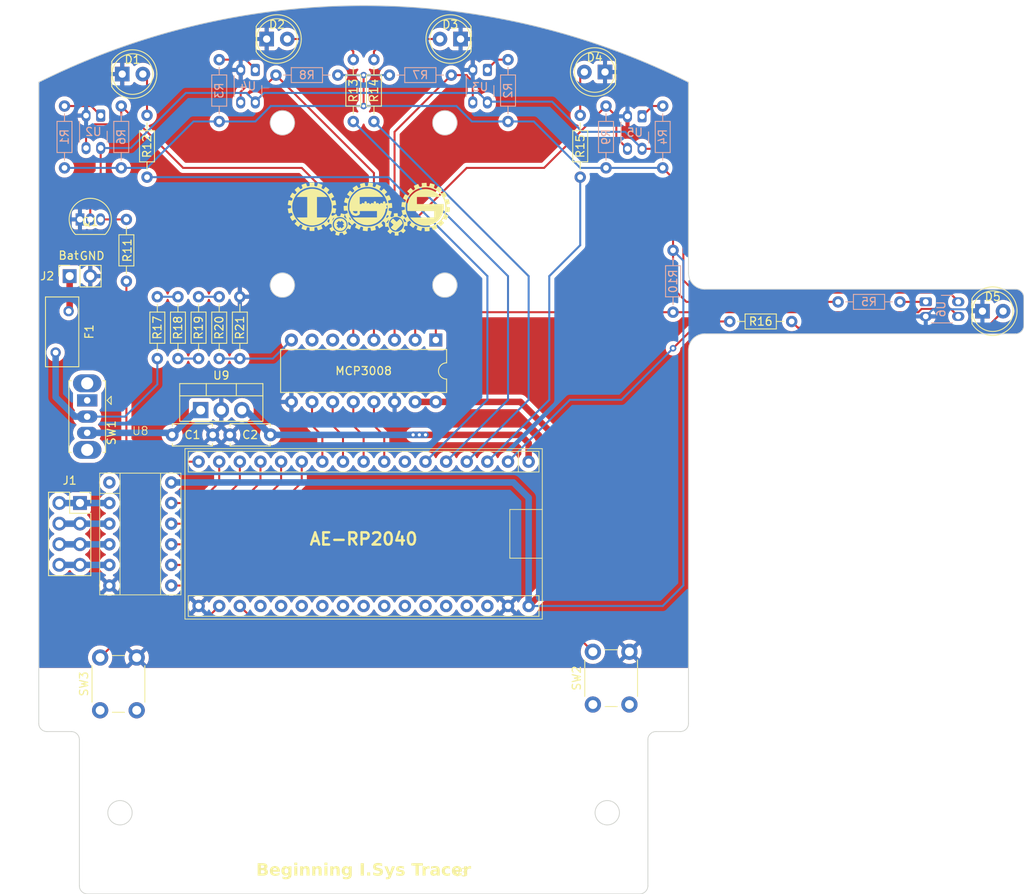
<source format=kicad_pcb>
(kicad_pcb (version 20221018) (generator pcbnew)
  (layers (0 "F.Cu" signal) (31 "B.Cu" signal) (34 "B.Paste" user) (35 "F.Paste" user) (36 "B.SilkS" user "B.Silkscreen") (37 "F.SilkS" user "F.Silkscreen") (38 "B.Mask" user) (39 "F.Mask" user) (44 "Edge.Cuts" user))
  (net 0 "")
  (net 1 "GND")
  (net 2 "+3V3")
  (net 3 "/MCP3008_CLK")
  (net 4 "/MCP3008_Dout")
  (net 5 "/MCP3008_Din")
  (net 6 "/MCP3008_CS")
  (net 7 "/sensor_L")
  (net 8 "/sensor_CR")
  (net 9 "/sensor_CL")
  (net 10 "/sensor_R")
  (net 11 "Net-(U5-A)")
  (net 12 "Net-(U6-A)")
  (net 13 "/sensor_Goal")
  (net 14 "+5V")
  (net 15 "/FET_D")
  (net 16 "Net-(J2-Pin_1)")
  (net 30 "Net-(Q1-B)")
  (net 31 "Net-(U3-A)")
  (net 32 "Net-(U2-A)")
  (net 33 "/FET_B")
  (net 34 "Net-(U4-A)")
  (net 37 "+BATT")
  (net 38 "Net-(J1-Pin_1)")
  (net 39 "Net-(J1-Pin_3)")
  (net 40 "Net-(J1-Pin_5)")
  (net 41 "Net-(J1-Pin_7)")
  (net 42 "/DRV8835_MODE")
  (net 43 "/DRV8835_AIN1")
  (net 44 "/DRV8835_AIN2")
  (net 45 "/DRV8835_BIN1")
  (net 46 "/DRV8835_BIN2")
  (net 47 "Net-(D1-A)")
  (net 48 "Net-(D2-A)")
  (net 49 "Net-(D3-A)")
  (net 50 "Net-(D4-A)")
  (net 51 "Net-(D5-A)")
  (net 52 "/LED_L")
  (net 53 "/LED_CL")
  (net 54 "/LED_CR")
  (net 55 "/LED_R")
  (net 56 "/LED_Goal")
  (net 57 "Net-(SW1-C)")
  (net 59 "/MODE")
  (net 60 "/BACK")
  (net 61 "Net-(R17-Pad2)")
  (net 62 "Net-(R18-Pad2)")
  (net 63 "Net-(R19-Pad2)")
  (net 64 "Net-(U7-CH7)")
  (footprint "Capacitor_THT:C_Disc_D4.7mm_W2.5mm_P5.00mm" (layer "F.Cu") (at 128.818 91.948)
    (fp_text reference "C1")
    (fp_text value "C")
  )
  (footprint "Resistor_THT:R_Axial_DIN0204_L3.6mm_D1.6mm_P7.62mm_Horizontal" (layer "F.Cu") (at 151.13 53.34 90)
    (fp_text reference "R13")
    (fp_text value "R")
  )
  (footprint "Package_DIP:DIP-16_W7.62mm" (layer "F.Cu") (at 161.29 80.264 -90)
    (fp_text reference "U7" hide)
    (fp_text value "MCP3008")
  )
  (footprint "AE-Compornents:AE-RP2040" (layer "F.Cu") (at 152.4 104.14 -90)
    (fp_text reference "U1" hide)
    (fp_text value "~")
  )
  (footprint "Capacitor_THT:C_Disc_D4.7mm_W2.5mm_P5.00mm" (layer "F.Cu") (at 140.93 91.948 180)
    (fp_text reference "C2")
    (fp_text value "C")
  )
  (footprint "AE-Compornents:AE-DRV8835" (layer "F.Cu") (at 124.905 104.16)
    (fp_text reference "U8")
    (fp_text value "~")
  )
  (footprint "LOGO" (layer "F.Cu") (at 153.035 64.135)
    (fp_text reference "G***")
    (fp_text value "LOGO" hide)
  )
  (footprint "Resistor_THT:R_Axial_DIN0204_L3.6mm_D1.6mm_P7.62mm_Horizontal" (layer "F.Cu") (at 137.16 82.55 90)
    (fp_text reference "R21")
    (fp_text value "R")
  )
  (footprint "Connector_PinSocket_2.54mm:PinSocket_2x04_P2.54mm_Vertical" (layer "F.Cu") (at 117.475 100.34)
    (fp_text reference "J1")
    (fp_text value "Conn_02x04_Odd_Even")
  )
  (footprint "Package_TO_SOT_THT:TO-92_Inline" (layer "F.Cu") (at 117.475 65.405)
    (fp_text reference "Q1")
    (fp_text value "2SC1815")
  )
  (footprint "Resistor_THT:R_Axial_DIN0204_L3.6mm_D1.6mm_P7.62mm_Horizontal" (layer "F.Cu") (at 125.73 60.198 90)
    (fp_text reference "R12")
    (fp_text value "R")
  )
  (footprint "LED_THT:LED_D5.0mm" (layer "F.Cu") (at 182.123 47.244 180)
    (fp_text reference "D4")
    (fp_text value "LED")
  )
  (footprint "Resistor_THT:R_Axial_DIN0204_L3.6mm_D1.6mm_P7.62mm_Horizontal" (layer "F.Cu") (at 129.54 74.93 -90)
    (fp_text reference "R18")
    (fp_text value "R")
  )
  (footprint "LED_THT:LED_D5.0mm" (layer "F.Cu") (at 140.462 43.18)
    (fp_text reference "D2")
    (fp_text value "LED")
  )
  (footprint "Resistor_THT:R_Axial_DIN0204_L3.6mm_D1.6mm_P7.62mm_Horizontal" (layer "F.Cu") (at 132.08 82.55 90)
    (fp_text reference "R19")
    (fp_text value "R")
  )
  (footprint "Resistor_THT:R_Axial_DIN0204_L3.6mm_D1.6mm_P7.62mm_Horizontal" (layer "F.Cu") (at 134.62 74.93 -90)
    (fp_text reference "R20")
    (fp_text value "R")
  )
  (footprint "LED_THT:LED_D5.0mm" (layer "F.Cu") (at 164.338 43.18 180)
    (fp_text reference "D3")
    (fp_text value "LED")
  )
  (footprint "Resistor_THT:R_Axial_DIN0204_L3.6mm_D1.6mm_P7.62mm_Horizontal" (layer "F.Cu") (at 127 82.55 90)
    (fp_text reference "R17")
    (fp_text value "R")
  )
  (footprint "Resistor_THT:R_Axial_DIN0204_L3.6mm_D1.6mm_P7.62mm_Horizontal" (layer "F.Cu") (at 123.19 73.025 90)
    (fp_text reference "R11")
    (fp_text value "R")
  )
  (footprint "Package_TO_SOT_THT:TO-220-3_Vertical" (layer "F.Cu") (at 132.334 88.9)
    (fp_text reference "U9")
    (fp_text value "L7805")
  )
  (footprint "Resistor_THT:R_Axial_DIN0204_L3.6mm_D1.6mm_P7.62mm_Horizontal" (layer "F.Cu") (at 153.67 53.34 90)
    (fp_text reference "R14")
    (fp_text value "R")
  )
  (footprint "Button_Switch_THT:SW_PUSH_6mm" (layer "F.Cu") (at 180.63 125.17 90)
    (fp_text reference "SW2")
    (fp_text value "SW_Push")
  )
  (footprint "Button_Switch_THT:SW_PUSH_6mm" (layer "F.Cu") (at 119.96 125.88 90)
    (fp_text reference "SW3")
    (fp_text value "SW_Push")
  )
  (footprint "Resistor_THT:R_Axial_DIN0204_L3.6mm_D1.6mm_P7.62mm_Horizontal" (layer "F.Cu") (at 179.07 60.198 90)
    (fp_text reference "R15")
    (fp_text value "R")
  )
  (footprint "Fuse:Fuse_BelFuse_0ZRE0005FF_L8.3mm_W3.8mm" (layer "F.Cu") (at 116.078 76.708 -90)
    (fp_text reference "F1")
    (fp_text value "Polyfuse")
  )
  (footprint "LED_THT:LED_D5.0mm" (layer "F.Cu") (at 122.677 47.498)
    (fp_text reference "D1")
    (fp_text value "LED")
  )
  (footprint "Button_Switch_THT:SW_Slide_1P2T_CK_OS102011MS2Q" (layer "F.Cu") (at 118.364 87.698 -90)
    (fp_text reference "SW1")
    (fp_text value "SW_SPDT")
  )
  (footprint "Connector_PinSocket_2.54mm:PinSocket_1x02_P2.54mm_Vertical" (layer "F.Cu") (at 116.205 72.39 90)
    (fp_text reference "J2")
    (fp_text value "Conn_01x02_Pin")
  )
  (footprint "Resistor_THT:R_Axial_DIN0204_L3.6mm_D1.6mm_P7.62mm_Horizontal" (layer "F.Cu") (at 197.485 77.978)
    (fp_text reference "R16")
    (fp_text value "R")
  )
  (footprint "LED_THT:LED_D5.0mm" (layer "F.Cu") (at 228.595 76.708)
    (fp_text reference "D5")
    (fp_text value "LED")
  )
  (footprint "Resistor_THT:R_Axial_DIN0204_L3.6mm_D1.6mm_P7.62mm_Horizontal" (layer "B.Cu") (at 210.82 75.565)
    (fp_text reference "R5")
    (fp_text value "R")
  )
  (footprint "Resistor_THT:R_Axial_DIN0204_L3.6mm_D1.6mm_P7.62mm_Horizontal" (layer "B.Cu") (at 134.62 53.34 90)
    (fp_text reference "R3")
    (fp_text value "R")
  )
  (footprint "OptoDevice:Kodenshi_SG105F" (layer "B.Cu") (at 120.026 52.61 180)
    (fp_text reference "U2")
    (fp_text value "SG-107F")
  )
  (footprint "Resistor_THT:R_Axial_DIN0204_L3.6mm_D1.6mm_P7.62mm_Horizontal" (layer "B.Cu") (at 155.575 47.625)
    (fp_text reference "R7")
    (fp_text value "R")
  )
  (footprint "Resistor_THT:R_Axial_DIN0204_L3.6mm_D1.6mm_P7.62mm_Horizontal" (layer "B.Cu") (at 182.245 59.055 90)
    (fp_text reference "R9")
    (fp_text value "R")
  )
  (footprint "Resistor_THT:R_Axial_DIN0204_L3.6mm_D1.6mm_P7.62mm_Horizontal" (layer "B.Cu") (at 190.5 69.215 -90)
    (fp_text reference "R10")
    (fp_text value "R")
  )
  (footprint "OptoDevice:Kodenshi_SG105F" (layer "B.Cu") (at 167.64 46.99 180)
    (fp_text reference "U3")
    (fp_text value "SG-107F")
  )
  (footprint "Resistor_THT:R_Axial_DIN0204_L3.6mm_D1.6mm_P7.62mm_Horizontal" (layer "B.Cu") (at 170.18 53.34 90)
    (fp_text reference "R2")
    (fp_text value "R")
  )
  (footprint "OptoDevice:Kodenshi_SG105F" (layer "B.Cu") (at 221.615 75.554 -90)
    (fp_text reference "U6")
    (fp_text value "SG-107F")
  )
  (footprint "Resistor_THT:R_Axial_DIN0204_L3.6mm_D1.6mm_P7.62mm_Horizontal" (layer "B.Cu") (at 149.225 47.625 180)
    (fp_text reference "R8")
    (fp_text value "R")
  )
  (footprint "OptoDevice:Kodenshi_SG105F" (layer "B.Cu") (at 186.69 52.705 180)
    (fp_text reference "U5")
    (fp_text value "SG-107F")
  )
  (footprint "OptoDevice:Kodenshi_SG105F" (layer "B.Cu") (at 139.065 46.99 180)
    (fp_text reference "U4")
    (fp_text value "SG-107F")
  )
  (footprint "Resistor_THT:R_Axial_DIN0204_L3.6mm_D1.6mm_P7.62mm_Horizontal" (layer "B.Cu") (at 189.23 59.055 90)
    (fp_text reference "R4")
    (fp_text value "R")
  )
  (footprint "Resistor_THT:R_Axial_DIN0204_L3.6mm_D1.6mm_P7.62mm_Horizontal" (layer "B.Cu") (at 122.555 59.055 90)
    (fp_text reference "R6")
    (fp_text value "R")
  )
  (footprint "Resistor_THT:R_Axial_DIN0204_L3.6mm_D1.6mm_P7.62mm_Horizontal" (layer "B.Cu") (at 115.57 59.055 90)
    (fp_text reference "R1")
    (fp_text value "R")
  )
  (gr_line (start 118.4 148.5) (end 186.4 148.5) (stroke (width 0.1)) (layer "Edge.Cuts"))
  (gr_arc (start 187.4 147.5) (mid 187.107107 148.207107) (end 186.4 148.5) (stroke (width 0.1)) (layer "Edge.Cuts"))
  (gr_circle (center 142.4 53.5) (end 143.9 53.5) (stroke (width 0.1)) (fill none) (layer "Edge.Cuts"))
  (gr_arc (start 187.4 129.5) (mid 187.692893 128.792893) (end 188.4 128.5) (stroke (width 0.1)) (layer "Edge.Cuts"))
  (gr_circle (center 122.4 138.5) (end 123.9 138.5) (stroke (width 0.1)) (fill none) (layer "Edge.Cuts"))
  (gr_arc (start 232.68 74) (mid 233.387107 74.292893) (end 233.68 75) (stroke (width 0.1)) (layer "Edge.Cuts"))
  (gr_line (start 112.4 48.5) (end 112.4 127.5) (stroke (width 0.1)) (layer "Edge.Cuts"))
  (gr_line (start 233.68 75) (end 233.68 78.5) (stroke (width 0.1)) (layer "Edge.Cuts"))
  (gr_circle (center 162.4 53.5) (end 160.9 53.5) (stroke (width 0.1)) (fill none) (layer "Edge.Cuts"))
  (gr_line (start 192.4 127.5) (end 192.4 81.5) (stroke (width 0.1)) (layer "Edge.Cuts"))
  (gr_line (start 117.4 129.5) (end 117.4 147.5) (stroke (width 0.1)) (layer "Edge.Cuts"))
  (gr_arc (start 112.4 48.5) (mid 152.4 39.057281) (end 192.4 48.5) (stroke (width 0.1)) (layer "Edge.Cuts"))
  (gr_circle (center 162.4 73.5) (end 160.9 73.5) (stroke (width 0.1)) (fill none) (layer "Edge.Cuts"))
  (gr_line (start 192.4 48.5) (end 192.4 72) (stroke (width 0.1)) (layer "Edge.Cuts"))
  (gr_arc (start 194.4 74) (mid 192.985786 73.414214) (end 192.4 72) (stroke (width 0.1)) (layer "Edge.Cuts"))
  (gr_circle (center 182.4 138.5) (end 183.9 138.5) (stroke (width 0.1)) (fill none) (layer "Edge.Cuts"))
  (gr_arc (start 116.4 128.5) (mid 117.107107 128.792893) (end 117.4 129.5) (stroke (width 0.1)) (layer "Edge.Cuts"))
  (gr_arc (start 118.4 148.5) (mid 117.692893 148.207107) (end 117.4 147.5) (stroke (width 0.1)) (layer "Edge.Cuts"))
  (gr_arc (start 192.4 81.5) (mid 192.985786 80.085786) (end 194.4 79.5) (stroke (width 0.1)) (layer "Edge.Cuts"))
  (gr_line (start 232.68 79.5) (end 194.4 79.5) (stroke (width 0.1)) (layer "Edge.Cuts"))
  (gr_line (start 194.4 74) (end 232.68 74) (stroke (width 0.1)) (layer "Edge.Cuts"))
  (gr_circle (center 142.4 73.5) (end 143.9 73.5) (stroke (width 0.1)) (fill none) (layer "Edge.Cuts"))
  (gr_line (start 187.4 147.5) (end 187.4 129.5) (stroke (width 0.1)) (layer "Edge.Cuts"))
  (gr_line (start 188.4 128.5) (end 191.4 128.5) (stroke (width 0.1)) (layer "Edge.Cuts"))
  (gr_arc (start 233.68 78.5) (mid 233.387107 79.207107) (end 232.68 79.5) (stroke (width 0.1)) (layer "Edge.Cuts"))
  (gr_line (start 113.4 128.5) (end 116.4 128.5) (stroke (width 0.1)) (layer "Edge.Cuts"))
  (gr_arc (start 192.4 127.5) (mid 192.107107 128.207107) (end 191.4 128.5) (stroke (width 0.1)) (layer "Edge.Cuts"))
  (gr_arc (start 113.4 128.5) (mid 112.692893 128.207107) (end 112.4 127.5) (stroke (width 0.1)) (layer "Edge.Cuts"))
  (gr_text "MCP3008" (at 152.4 84.074) (layer "F.SilkS") (effects (font (size 1 1))))
  (gr_text "Beginning I.Sys Tracer" (at 152.4 146.5) (layer "F.SilkS") (effects (font (size 1.5 1.5) (thickness 0.3) bold) (justify bottom)))
  (gr_text "AE-RP2040" (at 152.4 104.775) (layer "F.SilkS") (effects (font (size 1.5 1.5) (thickness 0.3) bold)))
  (gr_text "v3" (at 164.4 146.5) (layer "F.SilkS") (effects (font (size 1 1)) (justify bottom)))
  (gr_text "Bat" (at 116.078 69.85) (layer "F.SilkS") (effects (font (size 1 1))))
  (gr_text "GND" (at 117.348 70.485) (layer "F.SilkS") (effects (font (size 1 1)) (justify left bottom)))
  (segment (start 137.265 46.895) (end 137.265 47.53) (width 0.25) (layer "F.Cu") (net 1))
  (segment (start 221.615 77.354) (end 222.49 76.479) (width 0.25) (layer "B.Cu") (net 1))
  (segment (start 228.366 76.479) (end 228.595 76.708) (width 0.25) (layer "B.Cu") (net 1))
  (segment (start 222.49 76.479) (end 228.366 76.479) (width 0.25) (layer "B.Cu") (net 1))
  (segment (start 175.26 91.44) (end 175.26 110.49) (width 0.8) (layer "F.Cu") (net 2))
  (segment (start 175.26 110.49) (end 172.72 113.03) (width 0.8) (layer "F.Cu") (net 2))
  (segment (start 190.5 60.325) (end 189.23 59.055) (width 0.25) (layer "F.Cu") (net 2))
  (segment (start 190.5 69.215) (end 190.5 60.325) (width 0.25) (layer "F.Cu") (net 2))
  (segment (start 190.5 73.914) (end 190.5 69.215) (width 0.25) (layer "F.Cu") (net 2))
  (segment (start 152.4 47.625) (end 152.4 51.435) (width 0.25) (layer "F.Cu") (net 2))
  (segment (start 192.151 75.565) (end 190.5 73.914) (width 0.25) (layer "F.Cu") (net 2))
  (segment (start 171.704 87.884) (end 175.26 91.44) (width 0.8) (layer "F.Cu") (net 2))
  (segment (start 158.75 87.884) (end 171.704 87.884) (width 0.8) (layer "F.Cu") (net 2))
  (segment (start 210.82 75.565) (end 192.151 75.565) (width 0.25) (layer "F.Cu") (net 2))
  (via (at 152.4 47.625) (size 0.8) (drill 0.4) (layers "F.Cu" "B.Cu") (net 2))
  (via (at 152.4 51.435) (size 0.8) (drill 0.4) (layers "F.Cu" "B.Cu") (net 2))
  (segment (start 140.97 51.435) (end 139.065 53.34) (width 0.25) (layer "B.Cu") (net 2))
  (segment (start 139.065 53.34) (end 134.62 53.34) (width 0.25) (layer "B.Cu") (net 2))
  (segment (start 191.77 70.485) (end 191.77 110.49) (width 0.25) (layer "B.Cu") (net 2))
  (segment (start 149.225 47.625) (end 152.4 47.625) (width 0.25) (layer "B.Cu") (net 2))
  (segment (start 170.18 53.34) (end 165.735 53.34) (width 0.25) (layer "B.Cu") (net 2))
  (segment (start 189.23 59.055) (end 179.07 59.055) (width 0.25) (layer "B.Cu") (net 2))
  (segment (start 191.77 110.49) (end 189.23 113.03) (width 0.25) (layer "B.Cu") (net 2))
  (segment (start 172.72 99.695) (end 172.72 113.03) (width 0.8) (layer "B.Cu") (net 2))
  (segment (start 163.83 51.435) (end 152.4 51.435) (width 0.25) (layer "B.Cu") (net 2))
  (segment (start 128.715 97.81) (end 170.835 97.81) (width 0.8) (layer "B.Cu") (net 2))
  (segment (start 190.5 69.215) (end 191.77 70.485) (width 0.25) (layer "B.Cu") (net 2))
  (segment (start 134.62 53.34) (end 131.445 53.34) (width 0.25) (layer "B.Cu") (net 2))
  (segment (start 152.4 47.625) (end 155.575 47.625) (width 0.25) (layer "B.Cu") (net 2))
  (segment (start 131.445 53.34) (end 125.73 59.055) (width 0.25) (layer "B.Cu") (net 2))
  (segment (start 179.07 59.055) (end 173.355 53.34) (width 0.25) (layer "B.Cu") (net 2))
  (segment (start 173.355 53.34) (end 170.18 53.34) (width 0.25) (layer "B.Cu") (net 2))
  (segment (start 152.4 51.435) (end 140.97 51.435) (width 0.25) (layer "B.Cu") (net 2))
  (segment (start 189.23 113.03) (end 172.72 113.03) (width 0.25) (layer "B.Cu") (net 2))
  (segment (start 170.835 97.81) (end 172.72 99.695) (width 0.8) (layer "B.Cu") (net 2))
  (segment (start 122.555 59.055) (end 115.57 59.055) (width 0.25) (layer "B.Cu") (net 2))
  (segment (start 165.735 53.34) (end 163.83 51.435) (width 0.25) (layer "B.Cu") (net 2))
  (segment (start 125.73 59.055) (end 122.555 59.055) (width 0.25) (layer "B.Cu") (net 2))
  (segment (start 153.67 90.805) (end 154.94 92.075) (width 0.25) (layer "F.Cu") (net 3))
  (segment (start 153.67 87.884) (end 153.67 90.805) (width 0.25) (layer "F.Cu") (net 3))
  (segment (start 154.94 92.075) (end 154.94 95.25) (width 0.25) (layer "F.Cu") (net 3))
  (segment (start 152.4 92.075) (end 152.4 95.25) (width 0.25) (layer "F.Cu") (net 4))
  (segment (start 151.13 90.805) (end 152.4 92.075) (width 0.25) (layer "F.Cu") (net 4))
  (segment (start 151.13 87.884) (end 151.13 90.805) (width 0.25) (layer "F.Cu") (net 4))
  (segment (start 148.59 87.884) (end 148.59 90.805) (width 0.25) (layer "F.Cu") (net 5))
  (segment (start 149.86 92.075) (end 149.86 95.25) (width 0.25) (layer "F.Cu") (net 5))
  (segment (start 148.59 90.805) (end 149.86 92.075) (width 0.25) (layer "F.Cu") (net 5))
  (segment (start 146.05 87.884) (end 146.05 90.805) (width 0.25) (layer "F.Cu") (net 6))
  (segment (start 146.05 90.805) (end 147.32 92.075) (width 0.25) (layer "F.Cu") (net 6))
  (segment (start 147.32 92.075) (end 147.32 95.25) (width 0.25) (layer "F.Cu") (net 6))
  (segment (start 151.13 65.405) (end 144.78 59.055) (width 0.25) (layer "F.Cu") (net 7))
  (segment (start 130.175 59.055) (end 122.555 51.435) (width 0.25) (layer "F.Cu") (net 7))
  (segment (start 144.78 59.055) (end 130.175 59.055) (width 0.25) (layer "F.Cu") (net 7))
  (segment (start 118.226 54.76) (end 118.226 56.61) (width 0.25) (layer "F.Cu") (net 7))
  (segment (start 121.575 53.685) (end 119.301 53.685) (width 0.25) (layer "F.Cu") (net 7))
  (segment (start 151.13 80.264) (end 151.13 65.405) (width 0.25) (layer "F.Cu") (net 7))
  (segment (start 121.575 53.685) (end 122.555 52.705) (width 0.25) (layer "F.Cu") (net 7))
  (segment (start 122.555 52.705) (end 122.555 51.435) (width 0.25) (layer "F.Cu") (net 7))
  (segment (start 119.301 53.685) (end 118.226 54.76) (width 0.25) (layer "F.Cu") (net 7))
  (segment (start 163.195 47.625) (end 165.11 47.625) (width 0.25) (layer "F.Cu") (net 8))
  (segment (start 165.84 48.427437) (end 165.068781 47.656218) (width 0.25) (layer "F.Cu") (net 8))
  (segment (start 156.21 80.264) (end 156.21 54.61) (width 0.25) (layer "F.Cu") (net 8))
  (segment (start 156.21 54.61) (end 163.195 47.625) (width 0.25) (layer "F.Cu") (net 8))
  (segment (start 165.84 50.99) (end 165.84 48.427437) (width 0.25) (layer "F.Cu") (net 8))
  (segment (start 153.67 59.69) (end 141.605 47.625) (width 0.25) (layer "F.Cu") (net 9))
  (segment (start 137.265 49.68) (end 137.265 50.99) (width 0.25) (layer "F.Cu") (net 9))
  (segment (start 153.67 59.69) (end 153.67 80.264) (width 0.25) (layer "F.Cu") (net 9))
  (segment (start 140.625 48.605) (end 138.34 48.605) (width 0.25) (layer "F.Cu") (net 9))
  (segment (start 138.34 48.605) (end 137.265 49.68) (width 0.25) (layer "F.Cu") (net 9))
  (segment (start 141.605 47.625) (end 140.625 48.605) (width 0.25) (layer "F.Cu") (net 9))
  (segment (start 174.625 59.055) (end 182.245 51.435) (width 0.25) (layer "F.Cu") (net 10))
  (segment (start 183.515 52.705) (end 183.515 55.33) (width 0.25) (layer "F.Cu") (net 10))
  (segment (start 182.245 51.435) (end 183.515 52.705) (width 0.25) (layer "F.Cu") (net 10))
  (segment (start 158.75 65.405) (end 165.1 59.055) (width 0.25) (layer "F.Cu") (net 10))
  (segment (start 165.1 59.055) (end 174.625 59.055) (width 0.25) (layer "F.Cu") (net 10))
  (segment (start 158.75 65.405) (end 158.75 80.264) (width 0.25) (layer "F.Cu") (net 10))
  (segment (start 183.515 55.33) (end 184.89 56.705) (width 0.25) (layer "F.Cu") (net 10))
  (segment (start 186.69 52.705) (end 187.96 51.435) (width 0.25) (layer "F.Cu") (net 11))
  (segment (start 187.96 51.435) (end 189.23 51.435) (width 0.25) (layer "F.Cu") (net 11))
  (segment (start 218.44 75.565) (end 221.604 75.565) (width 0.25) (layer "F.Cu") (net 12))
  (segment (start 221.604 75.565) (end 221.615 75.554) (width 0.25) (layer "F.Cu") (net 12))
  (segment (start 221.102563 76.429) (end 224.69 76.429) (width 0.25) (layer "F.Cu") (net 13))
  (segment (start 162.941 76.835) (end 161.29 78.486) (width 0.25) (layer "F.Cu") (net 13))
  (segment (start 190.5 76.835) (end 220.696563 76.835) (width 0.25) (layer "F.Cu") (net 13))
  (segment (start 190.5 76.835) (end 162.941 76.835) (width 0.25) (layer "F.Cu") (net 13))
  (segment (start 220.696563 76.835) (end 221.102563 76.429) (width 0.25) (layer "F.Cu") (net 13))
  (segment (start 224.69 76.429) (end 225.615 77.354) (width 0.25) (layer "F.Cu") (net 13))
  (segment (start 161.29 78.486) (end 161.29 80.264) (width 0.25) (layer "F.Cu") (net 13))
  (segment (start 171.704 91.948) (end 172.72 92.964) (width 0.8) (layer "F.Cu") (net 14))
  (segment (start 158.496 91.948) (end 171.704 91.948) (width 0.8) (layer "F.Cu") (net 14))
  (segment (start 172.72 92.964) (end 172.72 95.25) (width 0.8) (layer "F.Cu") (net 14))
  (via (at 160.02 91.948) (size 0.8) (drill 0.4) (layers "F.Cu" "B.Cu") (net 14))
  (via (at 158.496 91.948) (size 0.8) (drill 0.4) (layers "F.Cu" "B.Cu") (net 14))
  (via (at 159.258 91.948) (size 0.8) (drill 0.4) (layers "F.Cu" "B.Cu") (net 14))
  (segment (start 158.496 91.948) (end 159.258 91.948) (width 0.8) (layer "B.Cu") (net 14))
  (segment (start 137.882 88.9) (end 140.93 91.948) (width 0.8) (layer "B.Cu") (net 14))
  (segment (start 137.414 88.9) (end 137.882 88.9) (width 0.8) (layer "B.Cu") (net 14))
  (segment (start 140.93 91.948) (end 158.496 91.948) (width 0.8) (layer "B.Cu") (net 14))
  (segment (start 159.258 91.948) (end 160.02 91.948) (width 0.8) (layer "B.Cu") (net 14))
  (segment (start 120.026 59.689) (end 118.745 60.97) (width 0.25) (layer "F.Cu") (net 15))
  (segment (start 190.055 56.705) (end 186.69 56.705) (width 0.25) (layer "F.Cu") (net 15))
  (segment (start 225.615 75.554) (end 225.615 75.501) (width 0.25) (layer "F.Cu") (net 15))
  (segment (start 191.77 58.42) (end 190.055 56.705) (width 0.25) (layer "F.Cu") (net 15))
  (segment (start 191.77 72.898) (end 191.77 58.42) (width 0.25) (layer "F.Cu") (net 15))
  (segment (start 193.294 74.422) (end 191.77 72.898) (width 0.25) (layer "F.Cu") (net 15))
  (segment (start 225.615 75.501) (end 224.536 74.422) (width 0.25) (layer "F.Cu") (net 15))
  (segment (start 120.026 56.61) (end 120.026 59.689) (width 0.25) (layer "F.Cu") (net 15))
  (segment (start 224.536 74.422) (end 193.294 74.422) (width 0.25) (layer "F.Cu") (net 15))
  (segment (start 118.745 60.97) (end 118.745 65.405) (width 0.25) (layer "F.Cu") (net 15))
  (segment (start 184.595 54.61) (end 186.69 56.705) (width 0.25) (layer "B.Cu") (net 15))
  (segment (start 166.565 49.82) (end 167.64 50.895) (width 0.25) (layer "B.Cu") (net 15))
  (segment (start 167.64 50.895) (end 175.609 50.895) (width 0.25) (layer "B.Cu") (net 15))
  (segment (start 137.99 49.82) (end 139.065 50.895) (width 0.25) (layer "B.Cu") (net 15))
  (segment (start 120.015 56.61) (end 123.73 56.61) (width 0.25) (layer "B.Cu") (net 15))
  (segment (start 140.14 49.82) (end 166.565 49.82) (width 0.25) (layer "B.Cu") (net 15))
  (segment (start 175.609 50.895) (end 179.324 54.61) (width 0.25) (layer "B.Cu") (net 15))
  (segment (start 123.73 56.61) (end 130.52 49.82) (width 0.25) (layer "B.Cu") (net 15))
  (segment (start 130.52 49.82) (end 137.99 49.82) (width 0.25) (layer "B.Cu") (net 15))
  (segment (start 179.324 54.61) (end 184.595 54.61) (width 0.25) (layer "B.Cu") (net 15))
  (segment (start 139.065 50.895) (end 140.14 49.82) (width 0.25) (layer "B.Cu") (net 15))
  (segment (start 116.205 72.39) (end 116.205 76.581) (width 0.8) (layer "F.Cu") (net 16))
  (segment (start 116.205 76.581) (end 116.078 76.708) (width 0.8) (layer "F.Cu") (net 16))
  (segment (start 120.015 65.405) (end 123.19 65.405) (width 0.25) (layer "F.Cu") (net 30))
  (segment (start 168.815 45.72) (end 170.18 45.72) (width 0.25) (layer "F.Cu") (net 31))
  (segment (start 167.64 46.895) (end 168.815 45.72) (width 0.25) (layer "F.Cu") (net 31))
  (segment (start 115.57 51.435) (end 118.851 51.435) (width 0.25) (layer "F.Cu") (net 32))
  (segment (start 118.851 51.435) (end 120.026 52.61) (width 0.25) (layer "F.Cu") (net 32))
  (segment (start 125.73 95.25) (end 132.08 95.25) (width 0.25) (layer "F.Cu") (net 33))
  (segment (start 123.19 92.71) (end 125.73 95.25) (width 0.25) (layer "F.Cu") (net 33))
  (segment (start 123.19 73.025) (end 123.19 92.71) (width 0.25) (layer "F.Cu") (net 33))
  (segment (start 134.62 45.72) (end 137.89 45.72) (width 0.25) (layer "F.Cu") (net 34))
  (segment (start 137.89 45.72) (end 139.065 46.895) (width 0.25) (layer "F.Cu") (net 34))
  (segment (start 127 82.55) (end 127 85.725) (width 0.25) (layer "B.Cu") (net 37))
  (segment (start 123.027 89.698) (end 118.364 89.698) (width 0.25) (layer "B.Cu") (net 37))
  (segment (start 127 85.725) (end 123.027 89.698) (width 0.25) (layer "B.Cu") (net 37))
  (segment (start 114.478 81.808) (end 114.478 87.3) (width 0.8) (layer "B.Cu") (net 37))
  (segment (start 116.876 89.698) (end 118.364 89.698) (width 0.8) (layer "B.Cu") (net 37))
  (segment (start 114.478 87.3) (end 116.876 89.698) (width 0.8) (layer "B.Cu") (net 37))
  (segment (start 121.095 100.35) (end 114.945 100.35) (width 0.8) (layer "B.Cu") (net 38))
  (segment (start 114.945 100.35) (end 114.935 100.34) (width 0.8) (layer "B.Cu") (net 38))
  (segment (start 114.945 102.89) (end 114.935 102.88) (width 0.8) (layer "B.Cu") (net 39))
  (segment (start 121.095 102.89) (end 114.945 102.89) (width 0.8) (layer "B.Cu") (net 39))
  (segment (start 114.945 105.43) (end 114.935 105.42) (width 0.8) (layer "B.Cu") (net 40))
  (segment (start 121.095 105.43) (end 114.945 105.43) (width 0.8) (layer "B.Cu") (net 40))
  (segment (start 114.945 107.97) (end 114.935 107.96) (width 0.8) (layer "B.Cu") (net 41))
  (segment (start 121.095 107.97) (end 114.945 107.97) (width 0.8) (layer "B.Cu") (net 41))
  (segment (start 128.715 100.35) (end 132.06 100.35) (width 0.25) (layer "F.Cu") (net 42))
  (segment (start 134.62 97.79) (end 134.62 95.25) (width 0.25) (layer "F.Cu") (net 42))
  (segment (start 132.06 100.35) (end 134.62 97.79) (width 0.25) (layer "F.Cu") (net 42))
  (segment (start 137.16 97.79) (end 132.06 102.89) (width 0.25) (layer "F.Cu") (net 43))
  (segment (start 132.06 102.89) (end 128.715 102.89) (width 0.25) (layer "F.Cu") (net 43))
  (segment (start 137.16 95.25) (end 137.16 97.79) (width 0.25) (layer "F.Cu") (net 43))
  (segment (start 128.715 105.43) (end 132.06 105.43) (width 0.25) (layer "F.Cu") (net 44))
  (segment (start 132.06 105.43) (end 139.7 97.79) (width 0.25) (layer "F.Cu") (net 44))
  (segment (start 139.7 97.79) (end 139.7 95.25) (width 0.25) (layer "F.Cu") (net 44))
  (segment (start 142.24 97.79) (end 132.06 107.97) (width 0.25) (layer "F.Cu") (net 45))
  (segment (start 132.06 107.97) (end 128.715 107.97) (width 0.25) (layer "F.Cu") (net 45))
  (segment (start 142.24 95.25) (end 142.24 97.79) (width 0.25) (layer "F.Cu") (net 45))
  (segment (start 144.78 97.79) (end 132.06 110.51) (width 0.25) (layer "F.Cu") (net 46))
  (segment (start 144.78 95.25) (end 144.78 97.79) (width 0.25) (layer "F.Cu") (net 46))
  (segment (start 132.06 110.51) (end 128.715 110.51) (width 0.25) (layer "F.Cu") (net 46))
  (segment (start 125.73 48.011) (end 125.217 47.498) (width 0.25) (layer "F.Cu") (net 47))
  (segment (start 125.73 52.578) (end 125.73 48.011) (width 0.25) (layer "F.Cu") (net 47))
  (segment (start 151.13 44.704) (end 151.13 45.72) (width 0.25) (layer "F.Cu") (net 48))
  (segment (start 149.606 43.18) (end 151.13 44.704) (width 0.25) (layer "F.Cu") (net 48))
  (segment (start 143.002 43.18) (end 149.606 43.18) (width 0.25) (layer "F.Cu") (net 48))
  (segment (start 155.194 43.18) (end 153.67 44.704) (width 0.25) (layer "F.Cu") (net 49))
  (segment (start 161.798 43.18) (end 155.194 43.18) (width 0.25) (layer "F.Cu") (net 49))
  (segment (start 153.67 44.704) (end 153.67 45.72) (width 0.25) (layer "F.Cu") (net 49))
  (segment (start 179.07 47.757) (end 179.583 47.244) (width 0.25) (layer "F.Cu") (net 50))
  (segment (start 179.07 52.578) (end 179.07 47.757) (width 0.25) (layer "F.Cu") (net 50))
  (segment (start 205.105 77.978) (end 205.867 78.74) (width 0.25) (layer "F.Cu") (net 51))
  (segment (start 205.867 78.74) (end 229.103 78.74) (width 0.25) (layer "F.Cu") (net 51))
  (segment (start 229.103 78.74) (end 231.135 76.708) (width 0.25) (layer "F.Cu") (net 51))
  (segment (start 167.64 87.63) (end 160.02 95.25) (width 0.25) (layer "B.Cu") (net 52))
  (segment (start 125.73 60.198) (end 155.448 60.198) (width 0.25) (layer "B.Cu") (net 52))
  (segment (start 167.64 72.39) (end 167.64 87.63) (width 0.25) (layer "B.Cu") (net 52))
  (segment (start 155.448 60.198) (end 167.64 72.39) (width 0.25) (layer "B.Cu") (net 52))
  (segment (start 170.18 72.39) (end 170.18 87.63) (width 0.25) (layer "B.Cu") (net 53))
  (segment (start 151.13 53.34) (end 170.18 72.39) (width 0.25) (layer "B.Cu") (net 53))
  (segment (start 170.18 87.63) (end 162.56 95.25) (width 0.25) (layer "B.Cu") (net 53))
  (segment (start 172.72 87.63) (end 172.72 72.39) (width 0.25) (layer "B.Cu") (net 54))
  (segment (start 165.1 95.25) (end 172.72 87.63) (width 0.25) (layer "B.Cu") (net 54))
  (segment (start 172.72 72.39) (end 153.67 53.34) (width 0.25) (layer "B.Cu") (net 54))
  (segment (start 175.26 72.39) (end 175.26 87.63) (width 0.25) (layer "B.Cu") (net 55))
  (segment (start 179.07 60.198) (end 179.07 68.58) (width 0.25) (layer "B.Cu") (net 55))
  (segment (start 179.07 68.58) (end 175.26 72.39) (width 0.25) (layer "B.Cu") (net 55))
  (segment (start 175.26 87.63) (end 167.64 95.25) (width 0.25) (layer "B.Cu") (net 55))
  (segment (start 193.802 77.978) (end 190.5 81.28) (width 0.25) (layer "F.Cu") (net 56))
  (segment (start 197.485 77.978) (end 193.802 77.978) (width 0.25) (layer "F.Cu") (net 56))
  (via (at 190.5 81.28) (size 0.8) (drill 0.4) (layers "F.Cu" "B.Cu") (net 56))
  (segment (start 170.18 95.25) (end 177.8 87.63) (width 0.25) (layer "B.Cu") (net 56))
  (segment (start 177.8 87.63) (end 184.15 87.63) (width 0.25) (layer "B.Cu") (net 56))
  (segment (start 184.15 87.63) (end 190.5 81.28) (width 0.25) (layer "B.Cu") (net 56))
  (segment (start 132.334 88.9) (end 131.866 88.9) (width 0.8) (layer "B.Cu") (net 57))
  (segment (start 118.364 91.698) (end 128.568 91.698) (width 0.8) (layer "B.Cu") (net 57))
  (segment (start 131.866 88.9) (end 128.818 91.948) (width 0.8) (layer "B.Cu") (net 57))
  (segment (start 128.568 91.698) (end 128.818 91.948) (width 0.8) (layer "B.Cu") (net 57))
  (segment (start 137.16 113.03) (end 140.97 116.84) (width 0.25) (layer "F.Cu") (net 59))
  (segment (start 178.8 116.84) (end 180.63 118.67) (width 0.25) (layer "F.Cu") (net 59))
  (segment (start 140.97 116.84) (end 178.8 116.84) (width 0.25) (layer "F.Cu") (net 59))
  (segment (start 134.62 113.03) (end 130.81 116.84) (width 0.25) (layer "F.Cu") (net 60))
  (segment (start 130.81 116.84) (end 122.5 116.84) (width 0.25) (layer "F.Cu") (net 60))
  (segment (start 122.5 116.84) (end 119.96 119.38) (width 0.25) (layer "F.Cu") (net 60))
  (segment (start 127 74.93) (end 129.54 74.93) (width 0.25) (layer "B.Cu") (net 61))
  (segment (start 129.54 82.55) (end 132.08 82.55) (width 0.25) (layer "B.Cu") (net 62))
  (segment (start 132.08 74.93) (end 134.62 74.93) (width 0.25) (layer "B.Cu") (net 63))
  (segment (start 134.62 82.55) (end 141.224 82.55) (width 0.25) (layer "B.Cu") (net 64))
  (segment (start 141.224 82.55) (end 143.51 80.264) (width 0.25) (layer "B.Cu") (net 64))
  (zone (net 1) (net_name "GND") (layer "F.Cu") (priority 1) (connect_pads (clearance 0.5)) (min_thickness 0.25) (fill yes (thermal_gap 0.5) (thermal_bridge_width 0.5))
    (polygon (pts (xy 112.395 120.65) (xy 192.405 120.65) (xy 192.405 81.28) (xy 233.677794 81.28) (xy 233.69492 81.262874) (xy 233.69492 72.40492) (xy 233.68 72.39) (xy 192.405 72.39) (xy 192.405 38.735) (xy 112.395 38.735)))
  )
  (zone (net 1) (net_name "GND") (layer "B.Cu") (connect_pads (clearance 0.5)) (min_thickness 0.25) (fill yes (thermal_gap 0.5) (thermal_bridge_width 0.5))
    (polygon (pts (xy 112.395 120.65) (xy 192.405 120.65) (xy 192.405 81.28) (xy 233.677794 81.28) (xy 233.69492 81.297126) (xy 233.69492 72.40492) (xy 233.68 72.39) (xy 192.405 72.39) (xy 192.405 38.735) (xy 112.395 38.735)))
  )
)
</source>
